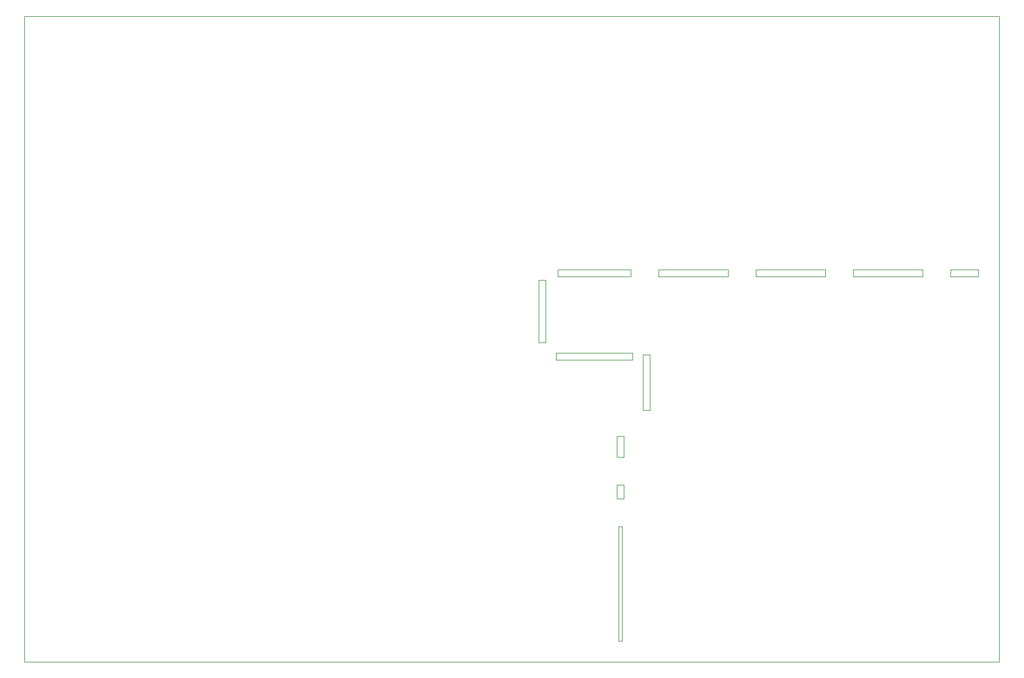
<source format=gm1>
G04 #@! TF.GenerationSoftware,KiCad,Pcbnew,8.0.4*
G04 #@! TF.CreationDate,2024-09-09T14:24:52+09:00*
G04 #@! TF.ProjectId,Solid Rocket Motor Test Station,536f6c69-6420-4526-9f63-6b6574204d6f,1.0*
G04 #@! TF.SameCoordinates,Original*
G04 #@! TF.FileFunction,Profile,NP*
%FSLAX46Y46*%
G04 Gerber Fmt 4.6, Leading zero omitted, Abs format (unit mm)*
G04 Created by KiCad (PCBNEW 8.0.4) date 2024-09-09 14:24:52*
%MOMM*%
%LPD*%
G01*
G04 APERTURE LIST*
G04 #@! TA.AperFunction,Profile*
%ADD10C,0.050000*%
G04 #@! TD*
G04 APERTURE END LIST*
D10*
X177607000Y-93052000D02*
X187767000Y-93052000D01*
X187767000Y-94068000D01*
X177607000Y-94068000D01*
X177607000Y-93052000D01*
X171759800Y-130644000D02*
X172267800Y-130644000D01*
X172267800Y-147408000D01*
X171759800Y-147408000D01*
X171759800Y-130644000D01*
X191831000Y-93052000D02*
X201991000Y-93052000D01*
X201991000Y-94068000D01*
X191831000Y-94068000D01*
X191831000Y-93052000D01*
X220279000Y-93052000D02*
X224343000Y-93052000D01*
X224343000Y-94068000D01*
X220279000Y-94068000D01*
X220279000Y-93052000D01*
X171511000Y-124548000D02*
X172527000Y-124548000D01*
X172527000Y-126580000D01*
X171511000Y-126580000D01*
X171511000Y-124548000D01*
X175321000Y-105498000D02*
X176337000Y-105498000D01*
X176337000Y-113626000D01*
X175321000Y-113626000D01*
X175321000Y-105498000D01*
X84947800Y-55956000D02*
X227447800Y-55956000D01*
X227447800Y-150456000D01*
X84947800Y-150456000D01*
X84947800Y-55956000D01*
X206055000Y-93052000D02*
X216215000Y-93052000D01*
X216215000Y-94068000D01*
X206055000Y-94068000D01*
X206055000Y-93052000D01*
X160081000Y-94576000D02*
X161097000Y-94576000D01*
X161097000Y-103720000D01*
X160081000Y-103720000D01*
X160081000Y-94576000D01*
X171511000Y-117436000D02*
X172527000Y-117436000D01*
X172527000Y-120484000D01*
X171511000Y-120484000D01*
X171511000Y-117436000D01*
X162621000Y-105244000D02*
X173797000Y-105244000D01*
X173797000Y-106260000D01*
X162621000Y-106260000D01*
X162621000Y-105244000D01*
X162875000Y-93052000D02*
X173543000Y-93052000D01*
X173543000Y-94068000D01*
X162875000Y-94068000D01*
X162875000Y-93052000D01*
M02*

</source>
